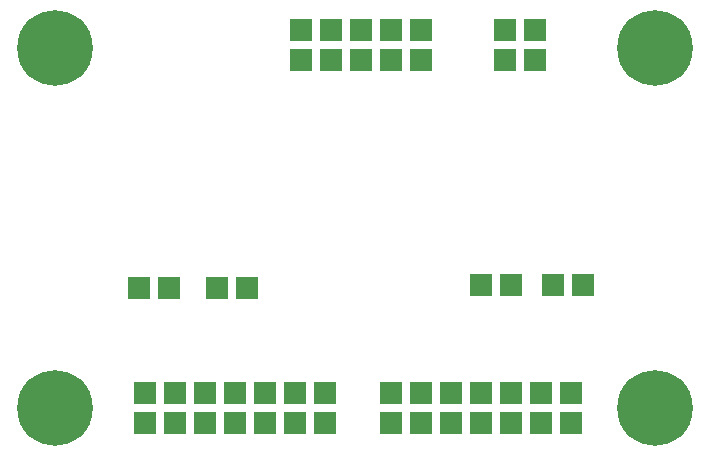
<source format=gbr>
%TF.GenerationSoftware,KiCad,Pcbnew,6.0.4-6f826c9f35~116~ubuntu20.04.1*%
%TF.CreationDate,2022-10-12T21:55:34+00:00*%
%TF.ProjectId,VCAI2C01A,56434149-3243-4303-9141-2e6b69636164,rev?*%
%TF.SameCoordinates,Original*%
%TF.FileFunction,Soldermask,Top*%
%TF.FilePolarity,Negative*%
%FSLAX46Y46*%
G04 Gerber Fmt 4.6, Leading zero omitted, Abs format (unit mm)*
G04 Created by KiCad (PCBNEW 6.0.4-6f826c9f35~116~ubuntu20.04.1) date 2022-10-12 21:55:34*
%MOMM*%
%LPD*%
G01*
G04 APERTURE LIST*
G04 Aperture macros list*
%AMRoundRect*
0 Rectangle with rounded corners*
0 $1 Rounding radius*
0 $2 $3 $4 $5 $6 $7 $8 $9 X,Y pos of 4 corners*
0 Add a 4 corners polygon primitive as box body*
4,1,4,$2,$3,$4,$5,$6,$7,$8,$9,$2,$3,0*
0 Add four circle primitives for the rounded corners*
1,1,$1+$1,$2,$3*
1,1,$1+$1,$4,$5*
1,1,$1+$1,$6,$7*
1,1,$1+$1,$8,$9*
0 Add four rect primitives between the rounded corners*
20,1,$1+$1,$2,$3,$4,$5,0*
20,1,$1+$1,$4,$5,$6,$7,0*
20,1,$1+$1,$6,$7,$8,$9,0*
20,1,$1+$1,$8,$9,$2,$3,0*%
G04 Aperture macros list end*
%ADD10RoundRect,0.200000X0.762000X-0.762000X0.762000X0.762000X-0.762000X0.762000X-0.762000X-0.762000X0*%
%ADD11RoundRect,0.200000X-0.762000X0.762000X-0.762000X-0.762000X0.762000X-0.762000X0.762000X0.762000X0*%
%ADD12C,6.400000*%
%ADD13RoundRect,0.200000X-0.762000X-0.762000X0.762000X-0.762000X0.762000X0.762000X-0.762000X0.762000X0*%
G04 APERTURE END LIST*
D10*
%TO.C,J2*%
X7112000Y10160000D03*
X9652000Y10160000D03*
%TD*%
D11*
%TO.C,J4*%
X16256000Y10160000D03*
X13716000Y10160000D03*
%TD*%
D10*
%TO.C,J6*%
X36068000Y10414000D03*
X38608000Y10414000D03*
%TD*%
D11*
%TO.C,J8*%
X44704000Y10414000D03*
X42164000Y10414000D03*
%TD*%
D10*
%TO.C,J10*%
X38100000Y29464000D03*
X38100000Y32004000D03*
%TD*%
%TO.C,J11*%
X40640000Y29464000D03*
X40640000Y32004000D03*
%TD*%
%TO.C,J13*%
X20828000Y29464000D03*
X20828000Y32004000D03*
X23368000Y29464000D03*
X23368000Y32004000D03*
X25908000Y29464000D03*
X25908000Y32004000D03*
X28448000Y29464000D03*
X28448000Y32004000D03*
X30988000Y29464000D03*
X30988000Y32004000D03*
%TD*%
D12*
%TO.C,M1*%
X50800000Y30480000D03*
%TD*%
%TO.C,M2*%
X0Y0D03*
%TD*%
%TO.C,M3*%
X50800000Y0D03*
%TD*%
%TO.C,M4*%
X0Y30480000D03*
%TD*%
D13*
%TO.C,J14*%
X22860000Y1270000D03*
X22860000Y-1270000D03*
%TD*%
%TO.C,J15*%
X17780000Y1270000D03*
X17780000Y-1270000D03*
%TD*%
%TO.C,J16*%
X20320000Y1270000D03*
X20320000Y-1270000D03*
%TD*%
%TO.C,J17*%
X15240000Y1270000D03*
X15240000Y-1270000D03*
%TD*%
%TO.C,J18*%
X33528000Y1270000D03*
X33528000Y-1270000D03*
%TD*%
%TO.C,J19*%
X30988000Y1270000D03*
X30988000Y-1270000D03*
%TD*%
%TO.C,J20*%
X43688000Y1270000D03*
X43688000Y-1270000D03*
%TD*%
%TO.C,J21*%
X38608000Y1270000D03*
X38608000Y-1270000D03*
%TD*%
%TO.C,J22*%
X41148000Y1270000D03*
X41148000Y-1270000D03*
%TD*%
%TO.C,J23*%
X28448000Y1270000D03*
X28448000Y-1270000D03*
%TD*%
D10*
%TO.C,J3*%
X36068000Y-1270000D03*
X36068000Y1270000D03*
%TD*%
D13*
%TO.C,J5*%
X7620000Y1270000D03*
X7620000Y-1270000D03*
%TD*%
%TO.C,J7*%
X12700000Y1270000D03*
X12700000Y-1270000D03*
%TD*%
%TO.C,J9*%
X10160000Y1270000D03*
X10160000Y-1270000D03*
%TD*%
M02*

</source>
